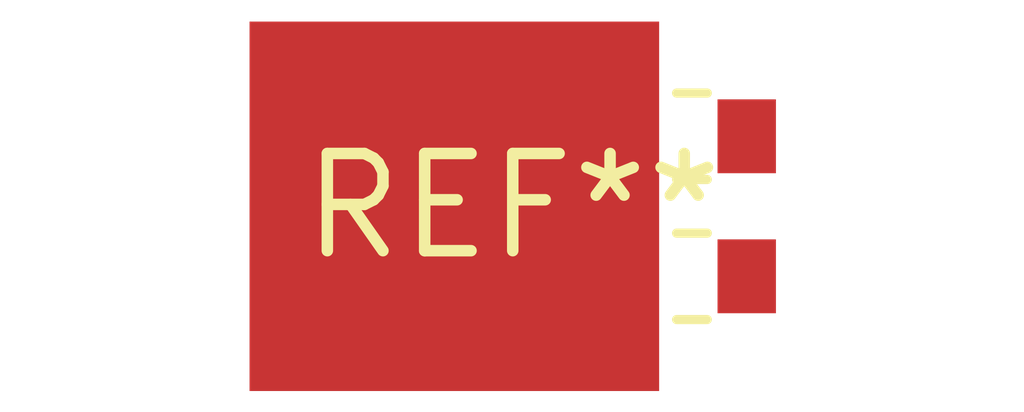
<source format=kicad_pcb>
(kicad_pcb (version 20240108) (generator pcbnew)
  (layers (0 "F.Cu" signal) (31 "B.Cu" signal) (34 "B.Paste" user) (35 "F.Paste" user) (36 "B.SilkS" user "B.Silkscreen") (37 "F.SilkS" user "F.Silkscreen") (38 "B.Mask" user) (39 "F.Mask" user) (44 "Edge.Cuts" user))
  (net 0 "")
  (footprint "D_Powermite3" (layer "F.Cu") (at 0 0)
    (property "Reference" "REF**")
    (property "Value" "D_Powermite3")
    (fp_line (start 2.538 -1.4795) (end 2.138 -1.4795) (layer "F.SilkS") (stroke (width 0.12)))
    (fp_line (start 2.538 -0.3505) (end 2.138 -0.3505) (layer "F.SilkS") (stroke (width 0.12)))
    (fp_line (start 2.538 0.3505) (end 2.138 0.3505) (layer "F.SilkS") (stroke (width 0.12)))
    (fp_line (start 2.538 1.4795) (end 2.138 1.4795) (layer "F.SilkS") (stroke (width 0.12)))
    (pad "1" smd rect (at -0.762 0 180) (size 5.344 4.826) (layers "F.Cu" "F.Paste" "F.Mask"))
    (pad "2" smd rect (at 3.053 -0.9145 180) (size 0.762 0.965) (layers "F.Cu" "F.Paste" "F.Mask"))
    (pad "3" smd rect (at 3.053 0.9145 180) (size 0.762 0.965) (layers "F.Cu" "F.Paste" "F.Mask"))
  )
)
</source>
